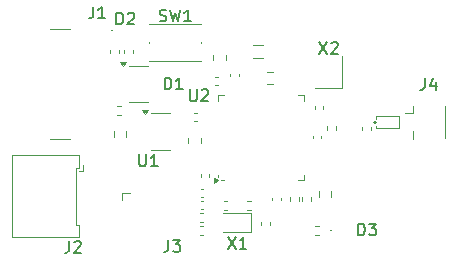
<source format=gbr>
%TF.GenerationSoftware,KiCad,Pcbnew,8.0.1*%
%TF.CreationDate,2024-04-24T20:58:42-04:00*%
%TF.ProjectId,Bluephil,426c7565-7068-4696-9c2e-6b696361645f,rev?*%
%TF.SameCoordinates,PX95ba140PY6dac2c0*%
%TF.FileFunction,Legend,Top*%
%TF.FilePolarity,Positive*%
%FSLAX46Y46*%
G04 Gerber Fmt 4.6, Leading zero omitted, Abs format (unit mm)*
G04 Created by KiCad (PCBNEW 8.0.1) date 2024-04-24 20:58:42*
%MOMM*%
%LPD*%
G01*
G04 APERTURE LIST*
%ADD10C,0.150000*%
%ADD11C,0.120000*%
%ADD12C,0.100000*%
%ADD13C,0.191421*%
G04 APERTURE END LIST*
D10*
X7048666Y25551181D02*
X7048666Y24836896D01*
X7048666Y24836896D02*
X7001047Y24694039D01*
X7001047Y24694039D02*
X6905809Y24598800D01*
X6905809Y24598800D02*
X6762952Y24551181D01*
X6762952Y24551181D02*
X6667714Y24551181D01*
X8048666Y24551181D02*
X7477238Y24551181D01*
X7762952Y24551181D02*
X7762952Y25551181D01*
X7762952Y25551181D02*
X7667714Y25408324D01*
X7667714Y25408324D02*
X7572476Y25313086D01*
X7572476Y25313086D02*
X7477238Y25265467D01*
X9011905Y24045181D02*
X9011905Y25045181D01*
X9011905Y25045181D02*
X9250000Y25045181D01*
X9250000Y25045181D02*
X9392857Y24997562D01*
X9392857Y24997562D02*
X9488095Y24902324D01*
X9488095Y24902324D02*
X9535714Y24807086D01*
X9535714Y24807086D02*
X9583333Y24616610D01*
X9583333Y24616610D02*
X9583333Y24473753D01*
X9583333Y24473753D02*
X9535714Y24283277D01*
X9535714Y24283277D02*
X9488095Y24188039D01*
X9488095Y24188039D02*
X9392857Y24092800D01*
X9392857Y24092800D02*
X9250000Y24045181D01*
X9250000Y24045181D02*
X9011905Y24045181D01*
X9964286Y24949943D02*
X10011905Y24997562D01*
X10011905Y24997562D02*
X10107143Y25045181D01*
X10107143Y25045181D02*
X10345238Y25045181D01*
X10345238Y25045181D02*
X10440476Y24997562D01*
X10440476Y24997562D02*
X10488095Y24949943D01*
X10488095Y24949943D02*
X10535714Y24854705D01*
X10535714Y24854705D02*
X10535714Y24759467D01*
X10535714Y24759467D02*
X10488095Y24616610D01*
X10488095Y24616610D02*
X9916667Y24045181D01*
X9916667Y24045181D02*
X10535714Y24045181D01*
X12666667Y24342800D02*
X12809524Y24295181D01*
X12809524Y24295181D02*
X13047619Y24295181D01*
X13047619Y24295181D02*
X13142857Y24342800D01*
X13142857Y24342800D02*
X13190476Y24390420D01*
X13190476Y24390420D02*
X13238095Y24485658D01*
X13238095Y24485658D02*
X13238095Y24580896D01*
X13238095Y24580896D02*
X13190476Y24676134D01*
X13190476Y24676134D02*
X13142857Y24723753D01*
X13142857Y24723753D02*
X13047619Y24771372D01*
X13047619Y24771372D02*
X12857143Y24818991D01*
X12857143Y24818991D02*
X12761905Y24866610D01*
X12761905Y24866610D02*
X12714286Y24914229D01*
X12714286Y24914229D02*
X12666667Y25009467D01*
X12666667Y25009467D02*
X12666667Y25104705D01*
X12666667Y25104705D02*
X12714286Y25199943D01*
X12714286Y25199943D02*
X12761905Y25247562D01*
X12761905Y25247562D02*
X12857143Y25295181D01*
X12857143Y25295181D02*
X13095238Y25295181D01*
X13095238Y25295181D02*
X13238095Y25247562D01*
X13571429Y25295181D02*
X13809524Y24295181D01*
X13809524Y24295181D02*
X14000000Y25009467D01*
X14000000Y25009467D02*
X14190476Y24295181D01*
X14190476Y24295181D02*
X14428572Y25295181D01*
X15333333Y24295181D02*
X14761905Y24295181D01*
X15047619Y24295181D02*
X15047619Y25295181D01*
X15047619Y25295181D02*
X14952381Y25152324D01*
X14952381Y25152324D02*
X14857143Y25057086D01*
X14857143Y25057086D02*
X14761905Y25009467D01*
X26190476Y22545181D02*
X26857142Y21545181D01*
X26857142Y22545181D02*
X26190476Y21545181D01*
X27190476Y22449943D02*
X27238095Y22497562D01*
X27238095Y22497562D02*
X27333333Y22545181D01*
X27333333Y22545181D02*
X27571428Y22545181D01*
X27571428Y22545181D02*
X27666666Y22497562D01*
X27666666Y22497562D02*
X27714285Y22449943D01*
X27714285Y22449943D02*
X27761904Y22354705D01*
X27761904Y22354705D02*
X27761904Y22259467D01*
X27761904Y22259467D02*
X27714285Y22116610D01*
X27714285Y22116610D02*
X27142857Y21545181D01*
X27142857Y21545181D02*
X27761904Y21545181D01*
X18440476Y6040181D02*
X19107142Y5040181D01*
X19107142Y6040181D02*
X18440476Y5040181D01*
X20011904Y5040181D02*
X19440476Y5040181D01*
X19726190Y5040181D02*
X19726190Y6040181D01*
X19726190Y6040181D02*
X19630952Y5897324D01*
X19630952Y5897324D02*
X19535714Y5802086D01*
X19535714Y5802086D02*
X19440476Y5754467D01*
X15238095Y18545181D02*
X15238095Y17735658D01*
X15238095Y17735658D02*
X15285714Y17640420D01*
X15285714Y17640420D02*
X15333333Y17592800D01*
X15333333Y17592800D02*
X15428571Y17545181D01*
X15428571Y17545181D02*
X15619047Y17545181D01*
X15619047Y17545181D02*
X15714285Y17592800D01*
X15714285Y17592800D02*
X15761904Y17640420D01*
X15761904Y17640420D02*
X15809523Y17735658D01*
X15809523Y17735658D02*
X15809523Y18545181D01*
X16238095Y18449943D02*
X16285714Y18497562D01*
X16285714Y18497562D02*
X16380952Y18545181D01*
X16380952Y18545181D02*
X16619047Y18545181D01*
X16619047Y18545181D02*
X16714285Y18497562D01*
X16714285Y18497562D02*
X16761904Y18449943D01*
X16761904Y18449943D02*
X16809523Y18354705D01*
X16809523Y18354705D02*
X16809523Y18259467D01*
X16809523Y18259467D02*
X16761904Y18116610D01*
X16761904Y18116610D02*
X16190476Y17545181D01*
X16190476Y17545181D02*
X16809523Y17545181D01*
X13091905Y18545181D02*
X13091905Y19545181D01*
X13091905Y19545181D02*
X13330000Y19545181D01*
X13330000Y19545181D02*
X13472857Y19497562D01*
X13472857Y19497562D02*
X13568095Y19402324D01*
X13568095Y19402324D02*
X13615714Y19307086D01*
X13615714Y19307086D02*
X13663333Y19116610D01*
X13663333Y19116610D02*
X13663333Y18973753D01*
X13663333Y18973753D02*
X13615714Y18783277D01*
X13615714Y18783277D02*
X13568095Y18688039D01*
X13568095Y18688039D02*
X13472857Y18592800D01*
X13472857Y18592800D02*
X13330000Y18545181D01*
X13330000Y18545181D02*
X13091905Y18545181D01*
X14615714Y18545181D02*
X14044286Y18545181D01*
X14330000Y18545181D02*
X14330000Y19545181D01*
X14330000Y19545181D02*
X14234762Y19402324D01*
X14234762Y19402324D02*
X14139524Y19307086D01*
X14139524Y19307086D02*
X14044286Y19259467D01*
X10950595Y13045181D02*
X10950595Y12235658D01*
X10950595Y12235658D02*
X10998214Y12140420D01*
X10998214Y12140420D02*
X11045833Y12092800D01*
X11045833Y12092800D02*
X11141071Y12045181D01*
X11141071Y12045181D02*
X11331547Y12045181D01*
X11331547Y12045181D02*
X11426785Y12092800D01*
X11426785Y12092800D02*
X11474404Y12140420D01*
X11474404Y12140420D02*
X11522023Y12235658D01*
X11522023Y12235658D02*
X11522023Y13045181D01*
X12522023Y12045181D02*
X11950595Y12045181D01*
X12236309Y12045181D02*
X12236309Y13045181D01*
X12236309Y13045181D02*
X12141071Y12902324D01*
X12141071Y12902324D02*
X12045833Y12807086D01*
X12045833Y12807086D02*
X11950595Y12759467D01*
X35141666Y19495181D02*
X35141666Y18780896D01*
X35141666Y18780896D02*
X35094047Y18638039D01*
X35094047Y18638039D02*
X34998809Y18542800D01*
X34998809Y18542800D02*
X34855952Y18495181D01*
X34855952Y18495181D02*
X34760714Y18495181D01*
X36046428Y19161848D02*
X36046428Y18495181D01*
X35808333Y19542800D02*
X35570238Y18828515D01*
X35570238Y18828515D02*
X36189285Y18828515D01*
X13416666Y5795181D02*
X13416666Y5080896D01*
X13416666Y5080896D02*
X13369047Y4938039D01*
X13369047Y4938039D02*
X13273809Y4842800D01*
X13273809Y4842800D02*
X13130952Y4795181D01*
X13130952Y4795181D02*
X13035714Y4795181D01*
X13797619Y5795181D02*
X14416666Y5795181D01*
X14416666Y5795181D02*
X14083333Y5414229D01*
X14083333Y5414229D02*
X14226190Y5414229D01*
X14226190Y5414229D02*
X14321428Y5366610D01*
X14321428Y5366610D02*
X14369047Y5318991D01*
X14369047Y5318991D02*
X14416666Y5223753D01*
X14416666Y5223753D02*
X14416666Y4985658D01*
X14416666Y4985658D02*
X14369047Y4890420D01*
X14369047Y4890420D02*
X14321428Y4842800D01*
X14321428Y4842800D02*
X14226190Y4795181D01*
X14226190Y4795181D02*
X13940476Y4795181D01*
X13940476Y4795181D02*
X13845238Y4842800D01*
X13845238Y4842800D02*
X13797619Y4890420D01*
X5006666Y5695181D02*
X5006666Y4980896D01*
X5006666Y4980896D02*
X4959047Y4838039D01*
X4959047Y4838039D02*
X4863809Y4742800D01*
X4863809Y4742800D02*
X4720952Y4695181D01*
X4720952Y4695181D02*
X4625714Y4695181D01*
X5435238Y5599943D02*
X5482857Y5647562D01*
X5482857Y5647562D02*
X5578095Y5695181D01*
X5578095Y5695181D02*
X5816190Y5695181D01*
X5816190Y5695181D02*
X5911428Y5647562D01*
X5911428Y5647562D02*
X5959047Y5599943D01*
X5959047Y5599943D02*
X6006666Y5504705D01*
X6006666Y5504705D02*
X6006666Y5409467D01*
X6006666Y5409467D02*
X5959047Y5266610D01*
X5959047Y5266610D02*
X5387619Y4695181D01*
X5387619Y4695181D02*
X6006666Y4695181D01*
X29491905Y6170181D02*
X29491905Y7170181D01*
X29491905Y7170181D02*
X29730000Y7170181D01*
X29730000Y7170181D02*
X29872857Y7122562D01*
X29872857Y7122562D02*
X29968095Y7027324D01*
X29968095Y7027324D02*
X30015714Y6932086D01*
X30015714Y6932086D02*
X30063333Y6741610D01*
X30063333Y6741610D02*
X30063333Y6598753D01*
X30063333Y6598753D02*
X30015714Y6408277D01*
X30015714Y6408277D02*
X29968095Y6313039D01*
X29968095Y6313039D02*
X29872857Y6217800D01*
X29872857Y6217800D02*
X29730000Y6170181D01*
X29730000Y6170181D02*
X29491905Y6170181D01*
X30396667Y7170181D02*
X31015714Y7170181D01*
X31015714Y7170181D02*
X30682381Y6789229D01*
X30682381Y6789229D02*
X30825238Y6789229D01*
X30825238Y6789229D02*
X30920476Y6741610D01*
X30920476Y6741610D02*
X30968095Y6693991D01*
X30968095Y6693991D02*
X31015714Y6598753D01*
X31015714Y6598753D02*
X31015714Y6360658D01*
X31015714Y6360658D02*
X30968095Y6265420D01*
X30968095Y6265420D02*
X30920476Y6217800D01*
X30920476Y6217800D02*
X30825238Y6170181D01*
X30825238Y6170181D02*
X30539524Y6170181D01*
X30539524Y6170181D02*
X30444286Y6217800D01*
X30444286Y6217800D02*
X30396667Y6265420D01*
D11*
%TO.C,J1*%
X3420000Y14338000D02*
X5120000Y14338000D01*
X3420000Y23678000D02*
X5120000Y23678000D01*
%TO.C,R3*%
X9620000Y21596359D02*
X9620000Y21903641D01*
X10380000Y21596359D02*
X10380000Y21903641D01*
D12*
%TO.C,D2*%
X8695000Y23500000D02*
G75*
G02*
X8595000Y23500000I-50000J0D01*
G01*
X8595000Y23500000D02*
G75*
G02*
X8695000Y23500000I50000J0D01*
G01*
D11*
%TO.C,SW1*%
X11800000Y22550000D02*
X11800000Y22450000D01*
X11800000Y20950000D02*
X16200000Y20950000D01*
X16200000Y24050000D02*
X11800000Y24050000D01*
X16200000Y22550000D02*
X16200000Y22450000D01*
%TO.C,X2*%
X25800000Y18650000D02*
X28100000Y18650000D01*
X28100000Y18650000D02*
X28100000Y21350000D01*
%TO.C,X1*%
X20450000Y6445000D02*
X20450000Y8045000D01*
X20450000Y8045000D02*
X18050000Y8045000D01*
X18050000Y6445000D02*
X20450000Y6445000D01*
%TO.C,U2*%
X18115000Y10827500D02*
X17880000Y10827500D01*
X24860000Y10827500D02*
X24385000Y10827500D01*
X17640000Y11302500D02*
X17640000Y11127500D01*
X24860000Y11302500D02*
X24860000Y10827500D01*
X17640000Y17572500D02*
X17640000Y18047500D01*
X24860000Y17572500D02*
X24860000Y18047500D01*
X17640000Y18047500D02*
X18115000Y18047500D01*
X24860000Y18047500D02*
X24385000Y18047500D01*
X17640000Y10827500D02*
X17310000Y10587500D01*
X17310000Y11067500D01*
X17640000Y10827500D01*
G36*
X17640000Y10827500D02*
G01*
X17310000Y10587500D01*
X17310000Y11067500D01*
X17640000Y10827500D01*
G37*
%TO.C,D1*%
X10900000Y20560000D02*
X10100000Y20560000D01*
X10900000Y20560000D02*
X11700000Y20560000D01*
X10900000Y17440000D02*
X10100000Y17440000D01*
X10900000Y17440000D02*
X11700000Y17440000D01*
X9600000Y20510000D02*
X9360000Y20840000D01*
X9840000Y20840000D01*
X9600000Y20510000D01*
G36*
X9600000Y20510000D02*
G01*
X9360000Y20840000D01*
X9840000Y20840000D01*
X9600000Y20510000D01*
G37*
%TO.C,U1*%
X11412500Y16460000D02*
X11172500Y16790000D01*
X11652500Y16790000D01*
X11412500Y16460000D01*
G36*
X11412500Y16460000D02*
G01*
X11172500Y16790000D01*
X11652500Y16790000D01*
X11412500Y16460000D01*
G37*
X12712500Y13390000D02*
X13512500Y13390000D01*
X12712500Y13390000D02*
X11912500Y13390000D01*
X12712500Y16510000D02*
X13512500Y16510000D01*
X12712500Y16510000D02*
X11912500Y16510000D01*
%TO.C,R8*%
X16386141Y7300000D02*
X16078859Y7300000D01*
X16386141Y8060000D02*
X16078859Y8060000D01*
%TO.C,R7*%
X16383641Y6250000D02*
X16076359Y6250000D01*
X16383641Y7010000D02*
X16076359Y7010000D01*
%TO.C,R6*%
X25821359Y7005000D02*
X26128641Y7005000D01*
X25821359Y6245000D02*
X26128641Y6245000D01*
%TO.C,R5*%
X25505000Y9121359D02*
X25505000Y9428641D01*
X24745000Y9121359D02*
X24745000Y9428641D01*
%TO.C,R4*%
X24505000Y9121359D02*
X24505000Y9428641D01*
X23745000Y9121359D02*
X23745000Y9428641D01*
%TO.C,R2*%
X8440000Y21606359D02*
X8440000Y21913641D01*
X9200000Y21606359D02*
X9200000Y21913641D01*
%TO.C,R1*%
X9096359Y17130000D02*
X9403641Y17130000D01*
X9096359Y16370000D02*
X9403641Y16370000D01*
%TO.C,L2*%
X20600378Y22310000D02*
X21399622Y22310000D01*
X20600378Y21190000D02*
X21399622Y21190000D01*
%TO.C,J4*%
X34115000Y17150000D02*
X34115000Y16510000D01*
X34115000Y16510000D02*
X33485000Y16510000D01*
X34115000Y14350000D02*
X34115000Y14990000D01*
X36835000Y17100000D02*
X36835000Y14400000D01*
%TO.C,J3*%
X5860000Y12985000D02*
X140000Y12985000D01*
X140000Y12985000D02*
X140000Y9500000D01*
X5860000Y11915000D02*
X5860000Y12985000D01*
X5560000Y11915000D02*
X5860000Y11915000D01*
X6150000Y11625000D02*
X6150000Y12125000D01*
X5850000Y11625000D02*
X6150000Y11625000D01*
X5560000Y9500000D02*
X5560000Y11915000D01*
X5560000Y9500000D02*
X5560000Y7085000D01*
X5860000Y7085000D02*
X5860000Y6015000D01*
X5560000Y7085000D02*
X5860000Y7085000D01*
X5860000Y6015000D02*
X140000Y6015000D01*
X140000Y6015000D02*
X140000Y9500000D01*
%TO.C,J2*%
X9520000Y9790000D02*
X10155000Y9790000D01*
X9520000Y9155000D02*
X9520000Y9790000D01*
D12*
%TO.C,FLT1*%
X31012500Y16250000D02*
X32912500Y16250000D01*
X31012500Y16050000D02*
X31012500Y16250000D01*
X31012500Y15250000D02*
X31012500Y15450000D01*
X32912500Y16250000D02*
X32912500Y15250000D01*
X32912500Y15250000D02*
X31012500Y15250000D01*
D13*
X31008210Y15750000D02*
G75*
G02*
X30816790Y15750000I-95710J0D01*
G01*
X30816790Y15750000D02*
G75*
G02*
X31008210Y15750000I95710J0D01*
G01*
D12*
%TO.C,D3*%
X27225000Y6625000D02*
G75*
G02*
X27125000Y6625000I-50000J0D01*
G01*
X27125000Y6625000D02*
G75*
G02*
X27225000Y6625000I50000J0D01*
G01*
D11*
%TO.C,C19*%
X16377836Y8390000D02*
X16162164Y8390000D01*
X16377836Y9110000D02*
X16162164Y9110000D01*
%TO.C,C18*%
X30580000Y15393641D02*
X30580000Y15086359D01*
X29820000Y15393641D02*
X29820000Y15086359D01*
%TO.C,C17*%
X26820000Y15413641D02*
X26820000Y15106359D01*
X27580000Y15413641D02*
X27580000Y15106359D01*
%TO.C,C16*%
X21762742Y20022500D02*
X22237258Y20022500D01*
X21762742Y18977500D02*
X22237258Y18977500D01*
%TO.C,C15*%
X22010000Y7307836D02*
X22010000Y7092164D01*
X21290000Y7307836D02*
X21290000Y7092164D01*
%TO.C,C14*%
X18403641Y8365000D02*
X18096359Y8365000D01*
X18403641Y9125000D02*
X18096359Y9125000D01*
%TO.C,C13*%
X20096359Y9125000D02*
X20403641Y9125000D01*
X20096359Y8365000D02*
X20403641Y8365000D01*
%TO.C,C12*%
X26510000Y17107836D02*
X26510000Y16892164D01*
X25790000Y17107836D02*
X25790000Y16892164D01*
%TO.C,C11*%
X22910000Y9357836D02*
X22910000Y9142164D01*
X22190000Y9357836D02*
X22190000Y9142164D01*
%TO.C,C10*%
X18640000Y19642164D02*
X18640000Y19857836D01*
X19360000Y19642164D02*
X19360000Y19857836D01*
%TO.C,C9*%
X16357836Y9390000D02*
X16142164Y9390000D01*
X16357836Y10110000D02*
X16142164Y10110000D01*
%TO.C,C8*%
X17227500Y21012742D02*
X17227500Y21487258D01*
X18272500Y21012742D02*
X18272500Y21487258D01*
%TO.C,C7*%
X16860000Y11357836D02*
X16860000Y11142164D01*
X16140000Y11357836D02*
X16140000Y11142164D01*
%TO.C,C6*%
X15832836Y15840000D02*
X15617164Y15840000D01*
X15832836Y16560000D02*
X15617164Y16560000D01*
%TO.C,C5*%
X26360000Y14607836D02*
X26360000Y14392164D01*
X25640000Y14607836D02*
X25640000Y14392164D01*
%TO.C,C4*%
X17607836Y18890000D02*
X17392164Y18890000D01*
X17607836Y19610000D02*
X17392164Y19610000D01*
%TO.C,C3*%
X15102500Y14437258D02*
X15102500Y13962742D01*
X16147500Y14437258D02*
X16147500Y13962742D01*
%TO.C,C2*%
X27222500Y9912258D02*
X27222500Y9437742D01*
X26177500Y9912258D02*
X26177500Y9437742D01*
%TO.C,C1*%
X8777500Y14987258D02*
X8777500Y14512742D01*
X9822500Y14987258D02*
X9822500Y14512742D01*
%TD*%
M02*

</source>
